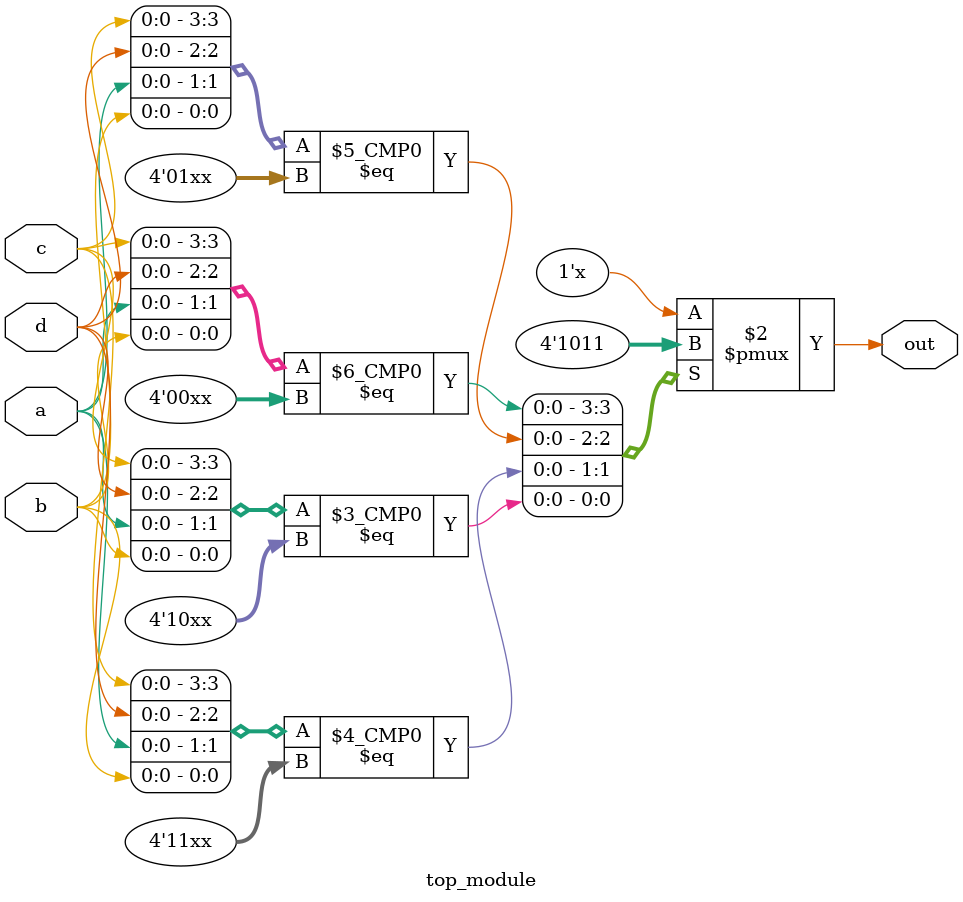
<source format=sv>
module top_module (
	input a, 
	input b,
	input c,
	input d,
	output reg out
);
	
	always @* begin
		case({c, d, a, b})
			4'b00xx: out = 1;
			4'b01xx: out = 0;
			4'b11xx: out = 1;
			4'b10xx: out = 1;
			default: out = 0;
		endcase
	end
endmodule

</source>
